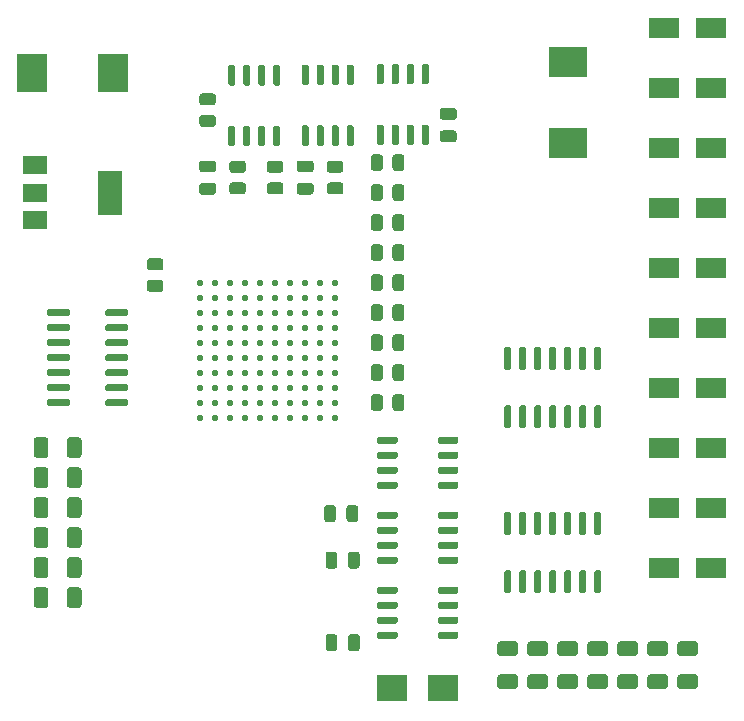
<source format=gtp>
G04 #@! TF.GenerationSoftware,KiCad,Pcbnew,5.1.12-84ad8e8a86~92~ubuntu20.04.1*
G04 #@! TF.CreationDate,2021-12-18T18:34:38-08:00*
G04 #@! TF.ProjectId,RspPiPicoIMU,52737050-6950-4696-936f-494d552e6b69,1.0*
G04 #@! TF.SameCoordinates,Original*
G04 #@! TF.FileFunction,Paste,Top*
G04 #@! TF.FilePolarity,Positive*
%FSLAX46Y46*%
G04 Gerber Fmt 4.6, Leading zero omitted, Abs format (unit mm)*
G04 Created by KiCad (PCBNEW 5.1.12-84ad8e8a86~92~ubuntu20.04.1) date 2021-12-18 18:34:38*
%MOMM*%
%LPD*%
G01*
G04 APERTURE LIST*
%ADD10C,0.560000*%
%ADD11R,2.500000X2.300000*%
%ADD12R,2.500000X1.800000*%
%ADD13R,3.300000X2.500000*%
%ADD14R,2.500000X3.300000*%
%ADD15R,2.000000X3.800000*%
%ADD16R,2.000000X1.500000*%
G04 APERTURE END LIST*
D10*
X122555000Y-96520000D03*
X121285000Y-96520000D03*
X120015000Y-96520000D03*
X118745000Y-96520000D03*
X117475000Y-96520000D03*
X116205000Y-96520000D03*
X114935000Y-96520000D03*
X113665000Y-96520000D03*
X112395000Y-96520000D03*
X111125000Y-96520000D03*
X122555000Y-97790000D03*
X121285000Y-97790000D03*
X120015000Y-97790000D03*
X118745000Y-97790000D03*
X117475000Y-97790000D03*
X116205000Y-97790000D03*
X114935000Y-97790000D03*
X113665000Y-97790000D03*
X112395000Y-97790000D03*
X111125000Y-97790000D03*
X122555000Y-99060000D03*
X121285000Y-99060000D03*
X120015000Y-99060000D03*
X118745000Y-99060000D03*
X117475000Y-99060000D03*
X116205000Y-99060000D03*
X114935000Y-99060000D03*
X113665000Y-99060000D03*
X112395000Y-99060000D03*
X111125000Y-99060000D03*
X122555000Y-100330000D03*
X121285000Y-100330000D03*
X120015000Y-100330000D03*
X118745000Y-100330000D03*
X117475000Y-100330000D03*
X116205000Y-100330000D03*
X114935000Y-100330000D03*
X113665000Y-100330000D03*
X112395000Y-100330000D03*
X111125000Y-100330000D03*
X122555000Y-101600000D03*
X121285000Y-101600000D03*
X120015000Y-101600000D03*
X118745000Y-101600000D03*
X117475000Y-101600000D03*
X116205000Y-101600000D03*
X114935000Y-101600000D03*
X113665000Y-101600000D03*
X112395000Y-101600000D03*
X111125000Y-101600000D03*
X122555000Y-102870000D03*
X121285000Y-102870000D03*
X120015000Y-102870000D03*
X118745000Y-102870000D03*
X117475000Y-102870000D03*
X116205000Y-102870000D03*
X114935000Y-102870000D03*
X113665000Y-102870000D03*
X112395000Y-102870000D03*
X111125000Y-102870000D03*
X122555000Y-104140000D03*
X121285000Y-104140000D03*
X120015000Y-104140000D03*
X118745000Y-104140000D03*
X117475000Y-104140000D03*
X116205000Y-104140000D03*
X114935000Y-104140000D03*
X113665000Y-104140000D03*
X112395000Y-104140000D03*
X111125000Y-104140000D03*
X122555000Y-105410000D03*
X121285000Y-105410000D03*
X120015000Y-105410000D03*
X118745000Y-105410000D03*
X117475000Y-105410000D03*
X116205000Y-105410000D03*
X114935000Y-105410000D03*
X113665000Y-105410000D03*
X112395000Y-105410000D03*
X111125000Y-105410000D03*
X122555000Y-106680000D03*
X121285000Y-106680000D03*
X120015000Y-106680000D03*
X118745000Y-106680000D03*
X117475000Y-106680000D03*
X116205000Y-106680000D03*
X114935000Y-106680000D03*
X113665000Y-106680000D03*
X112395000Y-106680000D03*
X111125000Y-106680000D03*
X122555000Y-107950000D03*
X121285000Y-107950000D03*
X120015000Y-107950000D03*
X118745000Y-107950000D03*
X117475000Y-107950000D03*
X116205000Y-107950000D03*
X114935000Y-107950000D03*
X113665000Y-107950000D03*
X112395000Y-107950000D03*
X111125000Y-107950000D03*
G36*
G01*
X98150000Y-99210000D02*
X98150000Y-98910000D01*
G75*
G02*
X98300000Y-98760000I150000J0D01*
G01*
X99950000Y-98760000D01*
G75*
G02*
X100100000Y-98910000I0J-150000D01*
G01*
X100100000Y-99210000D01*
G75*
G02*
X99950000Y-99360000I-150000J0D01*
G01*
X98300000Y-99360000D01*
G75*
G02*
X98150000Y-99210000I0J150000D01*
G01*
G37*
G36*
G01*
X98150000Y-100480000D02*
X98150000Y-100180000D01*
G75*
G02*
X98300000Y-100030000I150000J0D01*
G01*
X99950000Y-100030000D01*
G75*
G02*
X100100000Y-100180000I0J-150000D01*
G01*
X100100000Y-100480000D01*
G75*
G02*
X99950000Y-100630000I-150000J0D01*
G01*
X98300000Y-100630000D01*
G75*
G02*
X98150000Y-100480000I0J150000D01*
G01*
G37*
G36*
G01*
X98150000Y-101750000D02*
X98150000Y-101450000D01*
G75*
G02*
X98300000Y-101300000I150000J0D01*
G01*
X99950000Y-101300000D01*
G75*
G02*
X100100000Y-101450000I0J-150000D01*
G01*
X100100000Y-101750000D01*
G75*
G02*
X99950000Y-101900000I-150000J0D01*
G01*
X98300000Y-101900000D01*
G75*
G02*
X98150000Y-101750000I0J150000D01*
G01*
G37*
G36*
G01*
X98150000Y-103020000D02*
X98150000Y-102720000D01*
G75*
G02*
X98300000Y-102570000I150000J0D01*
G01*
X99950000Y-102570000D01*
G75*
G02*
X100100000Y-102720000I0J-150000D01*
G01*
X100100000Y-103020000D01*
G75*
G02*
X99950000Y-103170000I-150000J0D01*
G01*
X98300000Y-103170000D01*
G75*
G02*
X98150000Y-103020000I0J150000D01*
G01*
G37*
G36*
G01*
X98150000Y-104290000D02*
X98150000Y-103990000D01*
G75*
G02*
X98300000Y-103840000I150000J0D01*
G01*
X99950000Y-103840000D01*
G75*
G02*
X100100000Y-103990000I0J-150000D01*
G01*
X100100000Y-104290000D01*
G75*
G02*
X99950000Y-104440000I-150000J0D01*
G01*
X98300000Y-104440000D01*
G75*
G02*
X98150000Y-104290000I0J150000D01*
G01*
G37*
G36*
G01*
X98150000Y-105560000D02*
X98150000Y-105260000D01*
G75*
G02*
X98300000Y-105110000I150000J0D01*
G01*
X99950000Y-105110000D01*
G75*
G02*
X100100000Y-105260000I0J-150000D01*
G01*
X100100000Y-105560000D01*
G75*
G02*
X99950000Y-105710000I-150000J0D01*
G01*
X98300000Y-105710000D01*
G75*
G02*
X98150000Y-105560000I0J150000D01*
G01*
G37*
G36*
G01*
X98150000Y-106830000D02*
X98150000Y-106530000D01*
G75*
G02*
X98300000Y-106380000I150000J0D01*
G01*
X99950000Y-106380000D01*
G75*
G02*
X100100000Y-106530000I0J-150000D01*
G01*
X100100000Y-106830000D01*
G75*
G02*
X99950000Y-106980000I-150000J0D01*
G01*
X98300000Y-106980000D01*
G75*
G02*
X98150000Y-106830000I0J150000D01*
G01*
G37*
G36*
G01*
X103100000Y-106830000D02*
X103100000Y-106530000D01*
G75*
G02*
X103250000Y-106380000I150000J0D01*
G01*
X104900000Y-106380000D01*
G75*
G02*
X105050000Y-106530000I0J-150000D01*
G01*
X105050000Y-106830000D01*
G75*
G02*
X104900000Y-106980000I-150000J0D01*
G01*
X103250000Y-106980000D01*
G75*
G02*
X103100000Y-106830000I0J150000D01*
G01*
G37*
G36*
G01*
X103100000Y-105560000D02*
X103100000Y-105260000D01*
G75*
G02*
X103250000Y-105110000I150000J0D01*
G01*
X104900000Y-105110000D01*
G75*
G02*
X105050000Y-105260000I0J-150000D01*
G01*
X105050000Y-105560000D01*
G75*
G02*
X104900000Y-105710000I-150000J0D01*
G01*
X103250000Y-105710000D01*
G75*
G02*
X103100000Y-105560000I0J150000D01*
G01*
G37*
G36*
G01*
X103100000Y-104290000D02*
X103100000Y-103990000D01*
G75*
G02*
X103250000Y-103840000I150000J0D01*
G01*
X104900000Y-103840000D01*
G75*
G02*
X105050000Y-103990000I0J-150000D01*
G01*
X105050000Y-104290000D01*
G75*
G02*
X104900000Y-104440000I-150000J0D01*
G01*
X103250000Y-104440000D01*
G75*
G02*
X103100000Y-104290000I0J150000D01*
G01*
G37*
G36*
G01*
X103100000Y-103020000D02*
X103100000Y-102720000D01*
G75*
G02*
X103250000Y-102570000I150000J0D01*
G01*
X104900000Y-102570000D01*
G75*
G02*
X105050000Y-102720000I0J-150000D01*
G01*
X105050000Y-103020000D01*
G75*
G02*
X104900000Y-103170000I-150000J0D01*
G01*
X103250000Y-103170000D01*
G75*
G02*
X103100000Y-103020000I0J150000D01*
G01*
G37*
G36*
G01*
X103100000Y-101750000D02*
X103100000Y-101450000D01*
G75*
G02*
X103250000Y-101300000I150000J0D01*
G01*
X104900000Y-101300000D01*
G75*
G02*
X105050000Y-101450000I0J-150000D01*
G01*
X105050000Y-101750000D01*
G75*
G02*
X104900000Y-101900000I-150000J0D01*
G01*
X103250000Y-101900000D01*
G75*
G02*
X103100000Y-101750000I0J150000D01*
G01*
G37*
G36*
G01*
X103100000Y-100480000D02*
X103100000Y-100180000D01*
G75*
G02*
X103250000Y-100030000I150000J0D01*
G01*
X104900000Y-100030000D01*
G75*
G02*
X105050000Y-100180000I0J-150000D01*
G01*
X105050000Y-100480000D01*
G75*
G02*
X104900000Y-100630000I-150000J0D01*
G01*
X103250000Y-100630000D01*
G75*
G02*
X103100000Y-100480000I0J150000D01*
G01*
G37*
G36*
G01*
X103100000Y-99210000D02*
X103100000Y-98910000D01*
G75*
G02*
X103250000Y-98760000I150000J0D01*
G01*
X104900000Y-98760000D01*
G75*
G02*
X105050000Y-98910000I0J-150000D01*
G01*
X105050000Y-99210000D01*
G75*
G02*
X104900000Y-99360000I-150000J0D01*
G01*
X103250000Y-99360000D01*
G75*
G02*
X103100000Y-99210000I0J150000D01*
G01*
G37*
G36*
G01*
X144630000Y-120880000D02*
X144930000Y-120880000D01*
G75*
G02*
X145080000Y-121030000I0J-150000D01*
G01*
X145080000Y-122680000D01*
G75*
G02*
X144930000Y-122830000I-150000J0D01*
G01*
X144630000Y-122830000D01*
G75*
G02*
X144480000Y-122680000I0J150000D01*
G01*
X144480000Y-121030000D01*
G75*
G02*
X144630000Y-120880000I150000J0D01*
G01*
G37*
G36*
G01*
X143360000Y-120880000D02*
X143660000Y-120880000D01*
G75*
G02*
X143810000Y-121030000I0J-150000D01*
G01*
X143810000Y-122680000D01*
G75*
G02*
X143660000Y-122830000I-150000J0D01*
G01*
X143360000Y-122830000D01*
G75*
G02*
X143210000Y-122680000I0J150000D01*
G01*
X143210000Y-121030000D01*
G75*
G02*
X143360000Y-120880000I150000J0D01*
G01*
G37*
G36*
G01*
X142090000Y-120880000D02*
X142390000Y-120880000D01*
G75*
G02*
X142540000Y-121030000I0J-150000D01*
G01*
X142540000Y-122680000D01*
G75*
G02*
X142390000Y-122830000I-150000J0D01*
G01*
X142090000Y-122830000D01*
G75*
G02*
X141940000Y-122680000I0J150000D01*
G01*
X141940000Y-121030000D01*
G75*
G02*
X142090000Y-120880000I150000J0D01*
G01*
G37*
G36*
G01*
X140820000Y-120880000D02*
X141120000Y-120880000D01*
G75*
G02*
X141270000Y-121030000I0J-150000D01*
G01*
X141270000Y-122680000D01*
G75*
G02*
X141120000Y-122830000I-150000J0D01*
G01*
X140820000Y-122830000D01*
G75*
G02*
X140670000Y-122680000I0J150000D01*
G01*
X140670000Y-121030000D01*
G75*
G02*
X140820000Y-120880000I150000J0D01*
G01*
G37*
G36*
G01*
X139550000Y-120880000D02*
X139850000Y-120880000D01*
G75*
G02*
X140000000Y-121030000I0J-150000D01*
G01*
X140000000Y-122680000D01*
G75*
G02*
X139850000Y-122830000I-150000J0D01*
G01*
X139550000Y-122830000D01*
G75*
G02*
X139400000Y-122680000I0J150000D01*
G01*
X139400000Y-121030000D01*
G75*
G02*
X139550000Y-120880000I150000J0D01*
G01*
G37*
G36*
G01*
X138280000Y-120880000D02*
X138580000Y-120880000D01*
G75*
G02*
X138730000Y-121030000I0J-150000D01*
G01*
X138730000Y-122680000D01*
G75*
G02*
X138580000Y-122830000I-150000J0D01*
G01*
X138280000Y-122830000D01*
G75*
G02*
X138130000Y-122680000I0J150000D01*
G01*
X138130000Y-121030000D01*
G75*
G02*
X138280000Y-120880000I150000J0D01*
G01*
G37*
G36*
G01*
X137010000Y-120880000D02*
X137310000Y-120880000D01*
G75*
G02*
X137460000Y-121030000I0J-150000D01*
G01*
X137460000Y-122680000D01*
G75*
G02*
X137310000Y-122830000I-150000J0D01*
G01*
X137010000Y-122830000D01*
G75*
G02*
X136860000Y-122680000I0J150000D01*
G01*
X136860000Y-121030000D01*
G75*
G02*
X137010000Y-120880000I150000J0D01*
G01*
G37*
G36*
G01*
X137010000Y-115930000D02*
X137310000Y-115930000D01*
G75*
G02*
X137460000Y-116080000I0J-150000D01*
G01*
X137460000Y-117730000D01*
G75*
G02*
X137310000Y-117880000I-150000J0D01*
G01*
X137010000Y-117880000D01*
G75*
G02*
X136860000Y-117730000I0J150000D01*
G01*
X136860000Y-116080000D01*
G75*
G02*
X137010000Y-115930000I150000J0D01*
G01*
G37*
G36*
G01*
X138280000Y-115930000D02*
X138580000Y-115930000D01*
G75*
G02*
X138730000Y-116080000I0J-150000D01*
G01*
X138730000Y-117730000D01*
G75*
G02*
X138580000Y-117880000I-150000J0D01*
G01*
X138280000Y-117880000D01*
G75*
G02*
X138130000Y-117730000I0J150000D01*
G01*
X138130000Y-116080000D01*
G75*
G02*
X138280000Y-115930000I150000J0D01*
G01*
G37*
G36*
G01*
X139550000Y-115930000D02*
X139850000Y-115930000D01*
G75*
G02*
X140000000Y-116080000I0J-150000D01*
G01*
X140000000Y-117730000D01*
G75*
G02*
X139850000Y-117880000I-150000J0D01*
G01*
X139550000Y-117880000D01*
G75*
G02*
X139400000Y-117730000I0J150000D01*
G01*
X139400000Y-116080000D01*
G75*
G02*
X139550000Y-115930000I150000J0D01*
G01*
G37*
G36*
G01*
X140820000Y-115930000D02*
X141120000Y-115930000D01*
G75*
G02*
X141270000Y-116080000I0J-150000D01*
G01*
X141270000Y-117730000D01*
G75*
G02*
X141120000Y-117880000I-150000J0D01*
G01*
X140820000Y-117880000D01*
G75*
G02*
X140670000Y-117730000I0J150000D01*
G01*
X140670000Y-116080000D01*
G75*
G02*
X140820000Y-115930000I150000J0D01*
G01*
G37*
G36*
G01*
X142090000Y-115930000D02*
X142390000Y-115930000D01*
G75*
G02*
X142540000Y-116080000I0J-150000D01*
G01*
X142540000Y-117730000D01*
G75*
G02*
X142390000Y-117880000I-150000J0D01*
G01*
X142090000Y-117880000D01*
G75*
G02*
X141940000Y-117730000I0J150000D01*
G01*
X141940000Y-116080000D01*
G75*
G02*
X142090000Y-115930000I150000J0D01*
G01*
G37*
G36*
G01*
X143360000Y-115930000D02*
X143660000Y-115930000D01*
G75*
G02*
X143810000Y-116080000I0J-150000D01*
G01*
X143810000Y-117730000D01*
G75*
G02*
X143660000Y-117880000I-150000J0D01*
G01*
X143360000Y-117880000D01*
G75*
G02*
X143210000Y-117730000I0J150000D01*
G01*
X143210000Y-116080000D01*
G75*
G02*
X143360000Y-115930000I150000J0D01*
G01*
G37*
G36*
G01*
X144630000Y-115930000D02*
X144930000Y-115930000D01*
G75*
G02*
X145080000Y-116080000I0J-150000D01*
G01*
X145080000Y-117730000D01*
G75*
G02*
X144930000Y-117880000I-150000J0D01*
G01*
X144630000Y-117880000D01*
G75*
G02*
X144480000Y-117730000I0J150000D01*
G01*
X144480000Y-116080000D01*
G75*
G02*
X144630000Y-115930000I150000J0D01*
G01*
G37*
G36*
G01*
X144630000Y-106910000D02*
X144930000Y-106910000D01*
G75*
G02*
X145080000Y-107060000I0J-150000D01*
G01*
X145080000Y-108710000D01*
G75*
G02*
X144930000Y-108860000I-150000J0D01*
G01*
X144630000Y-108860000D01*
G75*
G02*
X144480000Y-108710000I0J150000D01*
G01*
X144480000Y-107060000D01*
G75*
G02*
X144630000Y-106910000I150000J0D01*
G01*
G37*
G36*
G01*
X143360000Y-106910000D02*
X143660000Y-106910000D01*
G75*
G02*
X143810000Y-107060000I0J-150000D01*
G01*
X143810000Y-108710000D01*
G75*
G02*
X143660000Y-108860000I-150000J0D01*
G01*
X143360000Y-108860000D01*
G75*
G02*
X143210000Y-108710000I0J150000D01*
G01*
X143210000Y-107060000D01*
G75*
G02*
X143360000Y-106910000I150000J0D01*
G01*
G37*
G36*
G01*
X142090000Y-106910000D02*
X142390000Y-106910000D01*
G75*
G02*
X142540000Y-107060000I0J-150000D01*
G01*
X142540000Y-108710000D01*
G75*
G02*
X142390000Y-108860000I-150000J0D01*
G01*
X142090000Y-108860000D01*
G75*
G02*
X141940000Y-108710000I0J150000D01*
G01*
X141940000Y-107060000D01*
G75*
G02*
X142090000Y-106910000I150000J0D01*
G01*
G37*
G36*
G01*
X140820000Y-106910000D02*
X141120000Y-106910000D01*
G75*
G02*
X141270000Y-107060000I0J-150000D01*
G01*
X141270000Y-108710000D01*
G75*
G02*
X141120000Y-108860000I-150000J0D01*
G01*
X140820000Y-108860000D01*
G75*
G02*
X140670000Y-108710000I0J150000D01*
G01*
X140670000Y-107060000D01*
G75*
G02*
X140820000Y-106910000I150000J0D01*
G01*
G37*
G36*
G01*
X139550000Y-106910000D02*
X139850000Y-106910000D01*
G75*
G02*
X140000000Y-107060000I0J-150000D01*
G01*
X140000000Y-108710000D01*
G75*
G02*
X139850000Y-108860000I-150000J0D01*
G01*
X139550000Y-108860000D01*
G75*
G02*
X139400000Y-108710000I0J150000D01*
G01*
X139400000Y-107060000D01*
G75*
G02*
X139550000Y-106910000I150000J0D01*
G01*
G37*
G36*
G01*
X138280000Y-106910000D02*
X138580000Y-106910000D01*
G75*
G02*
X138730000Y-107060000I0J-150000D01*
G01*
X138730000Y-108710000D01*
G75*
G02*
X138580000Y-108860000I-150000J0D01*
G01*
X138280000Y-108860000D01*
G75*
G02*
X138130000Y-108710000I0J150000D01*
G01*
X138130000Y-107060000D01*
G75*
G02*
X138280000Y-106910000I150000J0D01*
G01*
G37*
G36*
G01*
X137010000Y-106910000D02*
X137310000Y-106910000D01*
G75*
G02*
X137460000Y-107060000I0J-150000D01*
G01*
X137460000Y-108710000D01*
G75*
G02*
X137310000Y-108860000I-150000J0D01*
G01*
X137010000Y-108860000D01*
G75*
G02*
X136860000Y-108710000I0J150000D01*
G01*
X136860000Y-107060000D01*
G75*
G02*
X137010000Y-106910000I150000J0D01*
G01*
G37*
G36*
G01*
X137010000Y-101960000D02*
X137310000Y-101960000D01*
G75*
G02*
X137460000Y-102110000I0J-150000D01*
G01*
X137460000Y-103760000D01*
G75*
G02*
X137310000Y-103910000I-150000J0D01*
G01*
X137010000Y-103910000D01*
G75*
G02*
X136860000Y-103760000I0J150000D01*
G01*
X136860000Y-102110000D01*
G75*
G02*
X137010000Y-101960000I150000J0D01*
G01*
G37*
G36*
G01*
X138280000Y-101960000D02*
X138580000Y-101960000D01*
G75*
G02*
X138730000Y-102110000I0J-150000D01*
G01*
X138730000Y-103760000D01*
G75*
G02*
X138580000Y-103910000I-150000J0D01*
G01*
X138280000Y-103910000D01*
G75*
G02*
X138130000Y-103760000I0J150000D01*
G01*
X138130000Y-102110000D01*
G75*
G02*
X138280000Y-101960000I150000J0D01*
G01*
G37*
G36*
G01*
X139550000Y-101960000D02*
X139850000Y-101960000D01*
G75*
G02*
X140000000Y-102110000I0J-150000D01*
G01*
X140000000Y-103760000D01*
G75*
G02*
X139850000Y-103910000I-150000J0D01*
G01*
X139550000Y-103910000D01*
G75*
G02*
X139400000Y-103760000I0J150000D01*
G01*
X139400000Y-102110000D01*
G75*
G02*
X139550000Y-101960000I150000J0D01*
G01*
G37*
G36*
G01*
X140820000Y-101960000D02*
X141120000Y-101960000D01*
G75*
G02*
X141270000Y-102110000I0J-150000D01*
G01*
X141270000Y-103760000D01*
G75*
G02*
X141120000Y-103910000I-150000J0D01*
G01*
X140820000Y-103910000D01*
G75*
G02*
X140670000Y-103760000I0J150000D01*
G01*
X140670000Y-102110000D01*
G75*
G02*
X140820000Y-101960000I150000J0D01*
G01*
G37*
G36*
G01*
X142090000Y-101960000D02*
X142390000Y-101960000D01*
G75*
G02*
X142540000Y-102110000I0J-150000D01*
G01*
X142540000Y-103760000D01*
G75*
G02*
X142390000Y-103910000I-150000J0D01*
G01*
X142090000Y-103910000D01*
G75*
G02*
X141940000Y-103760000I0J150000D01*
G01*
X141940000Y-102110000D01*
G75*
G02*
X142090000Y-101960000I150000J0D01*
G01*
G37*
G36*
G01*
X143360000Y-101960000D02*
X143660000Y-101960000D01*
G75*
G02*
X143810000Y-102110000I0J-150000D01*
G01*
X143810000Y-103760000D01*
G75*
G02*
X143660000Y-103910000I-150000J0D01*
G01*
X143360000Y-103910000D01*
G75*
G02*
X143210000Y-103760000I0J150000D01*
G01*
X143210000Y-102110000D01*
G75*
G02*
X143360000Y-101960000I150000J0D01*
G01*
G37*
G36*
G01*
X144630000Y-101960000D02*
X144930000Y-101960000D01*
G75*
G02*
X145080000Y-102110000I0J-150000D01*
G01*
X145080000Y-103760000D01*
G75*
G02*
X144930000Y-103910000I-150000J0D01*
G01*
X144630000Y-103910000D01*
G75*
G02*
X144480000Y-103760000I0J150000D01*
G01*
X144480000Y-102110000D01*
G75*
G02*
X144630000Y-101960000I150000J0D01*
G01*
G37*
G36*
G01*
X132990000Y-119865000D02*
X132990000Y-120165000D01*
G75*
G02*
X132840000Y-120315000I-150000J0D01*
G01*
X131390000Y-120315000D01*
G75*
G02*
X131240000Y-120165000I0J150000D01*
G01*
X131240000Y-119865000D01*
G75*
G02*
X131390000Y-119715000I150000J0D01*
G01*
X132840000Y-119715000D01*
G75*
G02*
X132990000Y-119865000I0J-150000D01*
G01*
G37*
G36*
G01*
X132990000Y-118595000D02*
X132990000Y-118895000D01*
G75*
G02*
X132840000Y-119045000I-150000J0D01*
G01*
X131390000Y-119045000D01*
G75*
G02*
X131240000Y-118895000I0J150000D01*
G01*
X131240000Y-118595000D01*
G75*
G02*
X131390000Y-118445000I150000J0D01*
G01*
X132840000Y-118445000D01*
G75*
G02*
X132990000Y-118595000I0J-150000D01*
G01*
G37*
G36*
G01*
X132990000Y-117325000D02*
X132990000Y-117625000D01*
G75*
G02*
X132840000Y-117775000I-150000J0D01*
G01*
X131390000Y-117775000D01*
G75*
G02*
X131240000Y-117625000I0J150000D01*
G01*
X131240000Y-117325000D01*
G75*
G02*
X131390000Y-117175000I150000J0D01*
G01*
X132840000Y-117175000D01*
G75*
G02*
X132990000Y-117325000I0J-150000D01*
G01*
G37*
G36*
G01*
X132990000Y-116055000D02*
X132990000Y-116355000D01*
G75*
G02*
X132840000Y-116505000I-150000J0D01*
G01*
X131390000Y-116505000D01*
G75*
G02*
X131240000Y-116355000I0J150000D01*
G01*
X131240000Y-116055000D01*
G75*
G02*
X131390000Y-115905000I150000J0D01*
G01*
X132840000Y-115905000D01*
G75*
G02*
X132990000Y-116055000I0J-150000D01*
G01*
G37*
G36*
G01*
X127840000Y-116055000D02*
X127840000Y-116355000D01*
G75*
G02*
X127690000Y-116505000I-150000J0D01*
G01*
X126240000Y-116505000D01*
G75*
G02*
X126090000Y-116355000I0J150000D01*
G01*
X126090000Y-116055000D01*
G75*
G02*
X126240000Y-115905000I150000J0D01*
G01*
X127690000Y-115905000D01*
G75*
G02*
X127840000Y-116055000I0J-150000D01*
G01*
G37*
G36*
G01*
X127840000Y-117325000D02*
X127840000Y-117625000D01*
G75*
G02*
X127690000Y-117775000I-150000J0D01*
G01*
X126240000Y-117775000D01*
G75*
G02*
X126090000Y-117625000I0J150000D01*
G01*
X126090000Y-117325000D01*
G75*
G02*
X126240000Y-117175000I150000J0D01*
G01*
X127690000Y-117175000D01*
G75*
G02*
X127840000Y-117325000I0J-150000D01*
G01*
G37*
G36*
G01*
X127840000Y-118595000D02*
X127840000Y-118895000D01*
G75*
G02*
X127690000Y-119045000I-150000J0D01*
G01*
X126240000Y-119045000D01*
G75*
G02*
X126090000Y-118895000I0J150000D01*
G01*
X126090000Y-118595000D01*
G75*
G02*
X126240000Y-118445000I150000J0D01*
G01*
X127690000Y-118445000D01*
G75*
G02*
X127840000Y-118595000I0J-150000D01*
G01*
G37*
G36*
G01*
X127840000Y-119865000D02*
X127840000Y-120165000D01*
G75*
G02*
X127690000Y-120315000I-150000J0D01*
G01*
X126240000Y-120315000D01*
G75*
G02*
X126090000Y-120165000I0J150000D01*
G01*
X126090000Y-119865000D01*
G75*
G02*
X126240000Y-119715000I150000J0D01*
G01*
X127690000Y-119715000D01*
G75*
G02*
X127840000Y-119865000I0J-150000D01*
G01*
G37*
G36*
G01*
X111285000Y-88080000D02*
X112235000Y-88080000D01*
G75*
G02*
X112485000Y-88330000I0J-250000D01*
G01*
X112485000Y-88830000D01*
G75*
G02*
X112235000Y-89080000I-250000J0D01*
G01*
X111285000Y-89080000D01*
G75*
G02*
X111035000Y-88830000I0J250000D01*
G01*
X111035000Y-88330000D01*
G75*
G02*
X111285000Y-88080000I250000J0D01*
G01*
G37*
G36*
G01*
X111285000Y-86180000D02*
X112235000Y-86180000D01*
G75*
G02*
X112485000Y-86430000I0J-250000D01*
G01*
X112485000Y-86930000D01*
G75*
G02*
X112235000Y-87180000I-250000J0D01*
G01*
X111285000Y-87180000D01*
G75*
G02*
X111035000Y-86930000I0J250000D01*
G01*
X111035000Y-86430000D01*
G75*
G02*
X111285000Y-86180000I250000J0D01*
G01*
G37*
G36*
G01*
X119540000Y-86180000D02*
X120490000Y-86180000D01*
G75*
G02*
X120740000Y-86430000I0J-250000D01*
G01*
X120740000Y-86930000D01*
G75*
G02*
X120490000Y-87180000I-250000J0D01*
G01*
X119540000Y-87180000D01*
G75*
G02*
X119290000Y-86930000I0J250000D01*
G01*
X119290000Y-86430000D01*
G75*
G02*
X119540000Y-86180000I250000J0D01*
G01*
G37*
G36*
G01*
X119540000Y-88080000D02*
X120490000Y-88080000D01*
G75*
G02*
X120740000Y-88330000I0J-250000D01*
G01*
X120740000Y-88830000D01*
G75*
G02*
X120490000Y-89080000I-250000J0D01*
G01*
X119540000Y-89080000D01*
G75*
G02*
X119290000Y-88830000I0J250000D01*
G01*
X119290000Y-88330000D01*
G75*
G02*
X119540000Y-88080000I250000J0D01*
G01*
G37*
G36*
G01*
X132605800Y-84635000D02*
X131655800Y-84635000D01*
G75*
G02*
X131405800Y-84385000I0J250000D01*
G01*
X131405800Y-83885000D01*
G75*
G02*
X131655800Y-83635000I250000J0D01*
G01*
X132605800Y-83635000D01*
G75*
G02*
X132855800Y-83885000I0J-250000D01*
G01*
X132855800Y-84385000D01*
G75*
G02*
X132605800Y-84635000I-250000J0D01*
G01*
G37*
G36*
G01*
X132605800Y-82735000D02*
X131655800Y-82735000D01*
G75*
G02*
X131405800Y-82485000I0J250000D01*
G01*
X131405800Y-81985000D01*
G75*
G02*
X131655800Y-81735000I250000J0D01*
G01*
X132605800Y-81735000D01*
G75*
G02*
X132855800Y-81985000I0J-250000D01*
G01*
X132855800Y-82485000D01*
G75*
G02*
X132605800Y-82735000I-250000J0D01*
G01*
G37*
G36*
G01*
X121613000Y-116553000D02*
X121613000Y-115603000D01*
G75*
G02*
X121863000Y-115353000I250000J0D01*
G01*
X122363000Y-115353000D01*
G75*
G02*
X122613000Y-115603000I0J-250000D01*
G01*
X122613000Y-116553000D01*
G75*
G02*
X122363000Y-116803000I-250000J0D01*
G01*
X121863000Y-116803000D01*
G75*
G02*
X121613000Y-116553000I0J250000D01*
G01*
G37*
G36*
G01*
X123513000Y-116553000D02*
X123513000Y-115603000D01*
G75*
G02*
X123763000Y-115353000I250000J0D01*
G01*
X124263000Y-115353000D01*
G75*
G02*
X124513000Y-115603000I0J-250000D01*
G01*
X124513000Y-116553000D01*
G75*
G02*
X124263000Y-116803000I-250000J0D01*
G01*
X123763000Y-116803000D01*
G75*
G02*
X123513000Y-116553000I0J250000D01*
G01*
G37*
G36*
G01*
X121740000Y-127475000D02*
X121740000Y-126525000D01*
G75*
G02*
X121990000Y-126275000I250000J0D01*
G01*
X122490000Y-126275000D01*
G75*
G02*
X122740000Y-126525000I0J-250000D01*
G01*
X122740000Y-127475000D01*
G75*
G02*
X122490000Y-127725000I-250000J0D01*
G01*
X121990000Y-127725000D01*
G75*
G02*
X121740000Y-127475000I0J250000D01*
G01*
G37*
G36*
G01*
X123640000Y-127475000D02*
X123640000Y-126525000D01*
G75*
G02*
X123890000Y-126275000I250000J0D01*
G01*
X124390000Y-126275000D01*
G75*
G02*
X124640000Y-126525000I0J-250000D01*
G01*
X124640000Y-127475000D01*
G75*
G02*
X124390000Y-127725000I-250000J0D01*
G01*
X123890000Y-127725000D01*
G75*
G02*
X123640000Y-127475000I0J250000D01*
G01*
G37*
G36*
G01*
X122740000Y-119540000D02*
X122740000Y-120490000D01*
G75*
G02*
X122490000Y-120740000I-250000J0D01*
G01*
X121990000Y-120740000D01*
G75*
G02*
X121740000Y-120490000I0J250000D01*
G01*
X121740000Y-119540000D01*
G75*
G02*
X121990000Y-119290000I250000J0D01*
G01*
X122490000Y-119290000D01*
G75*
G02*
X122740000Y-119540000I0J-250000D01*
G01*
G37*
G36*
G01*
X124640000Y-119540000D02*
X124640000Y-120490000D01*
G75*
G02*
X124390000Y-120740000I-250000J0D01*
G01*
X123890000Y-120740000D01*
G75*
G02*
X123640000Y-120490000I0J250000D01*
G01*
X123640000Y-119540000D01*
G75*
G02*
X123890000Y-119290000I250000J0D01*
G01*
X124390000Y-119290000D01*
G75*
G02*
X124640000Y-119540000I0J-250000D01*
G01*
G37*
G36*
G01*
X101085000Y-114945000D02*
X101085000Y-116195000D01*
G75*
G02*
X100835000Y-116445000I-250000J0D01*
G01*
X100085000Y-116445000D01*
G75*
G02*
X99835000Y-116195000I0J250000D01*
G01*
X99835000Y-114945000D01*
G75*
G02*
X100085000Y-114695000I250000J0D01*
G01*
X100835000Y-114695000D01*
G75*
G02*
X101085000Y-114945000I0J-250000D01*
G01*
G37*
G36*
G01*
X98285000Y-114945000D02*
X98285000Y-116195000D01*
G75*
G02*
X98035000Y-116445000I-250000J0D01*
G01*
X97285000Y-116445000D01*
G75*
G02*
X97035000Y-116195000I0J250000D01*
G01*
X97035000Y-114945000D01*
G75*
G02*
X97285000Y-114695000I250000J0D01*
G01*
X98035000Y-114695000D01*
G75*
G02*
X98285000Y-114945000I0J-250000D01*
G01*
G37*
G36*
G01*
X101085000Y-112405000D02*
X101085000Y-113655000D01*
G75*
G02*
X100835000Y-113905000I-250000J0D01*
G01*
X100085000Y-113905000D01*
G75*
G02*
X99835000Y-113655000I0J250000D01*
G01*
X99835000Y-112405000D01*
G75*
G02*
X100085000Y-112155000I250000J0D01*
G01*
X100835000Y-112155000D01*
G75*
G02*
X101085000Y-112405000I0J-250000D01*
G01*
G37*
G36*
G01*
X98285000Y-112405000D02*
X98285000Y-113655000D01*
G75*
G02*
X98035000Y-113905000I-250000J0D01*
G01*
X97285000Y-113905000D01*
G75*
G02*
X97035000Y-113655000I0J250000D01*
G01*
X97035000Y-112405000D01*
G75*
G02*
X97285000Y-112155000I250000J0D01*
G01*
X98035000Y-112155000D01*
G75*
G02*
X98285000Y-112405000I0J-250000D01*
G01*
G37*
G36*
G01*
X98285000Y-109865000D02*
X98285000Y-111115000D01*
G75*
G02*
X98035000Y-111365000I-250000J0D01*
G01*
X97285000Y-111365000D01*
G75*
G02*
X97035000Y-111115000I0J250000D01*
G01*
X97035000Y-109865000D01*
G75*
G02*
X97285000Y-109615000I250000J0D01*
G01*
X98035000Y-109615000D01*
G75*
G02*
X98285000Y-109865000I0J-250000D01*
G01*
G37*
G36*
G01*
X101085000Y-109865000D02*
X101085000Y-111115000D01*
G75*
G02*
X100835000Y-111365000I-250000J0D01*
G01*
X100085000Y-111365000D01*
G75*
G02*
X99835000Y-111115000I0J250000D01*
G01*
X99835000Y-109865000D01*
G75*
G02*
X100085000Y-109615000I250000J0D01*
G01*
X100835000Y-109615000D01*
G75*
G02*
X101085000Y-109865000I0J-250000D01*
G01*
G37*
G36*
G01*
X101085000Y-117485000D02*
X101085000Y-118735000D01*
G75*
G02*
X100835000Y-118985000I-250000J0D01*
G01*
X100085000Y-118985000D01*
G75*
G02*
X99835000Y-118735000I0J250000D01*
G01*
X99835000Y-117485000D01*
G75*
G02*
X100085000Y-117235000I250000J0D01*
G01*
X100835000Y-117235000D01*
G75*
G02*
X101085000Y-117485000I0J-250000D01*
G01*
G37*
G36*
G01*
X98285000Y-117485000D02*
X98285000Y-118735000D01*
G75*
G02*
X98035000Y-118985000I-250000J0D01*
G01*
X97285000Y-118985000D01*
G75*
G02*
X97035000Y-118735000I0J250000D01*
G01*
X97035000Y-117485000D01*
G75*
G02*
X97285000Y-117235000I250000J0D01*
G01*
X98035000Y-117235000D01*
G75*
G02*
X98285000Y-117485000I0J-250000D01*
G01*
G37*
G36*
G01*
X98285000Y-120025000D02*
X98285000Y-121275000D01*
G75*
G02*
X98035000Y-121525000I-250000J0D01*
G01*
X97285000Y-121525000D01*
G75*
G02*
X97035000Y-121275000I0J250000D01*
G01*
X97035000Y-120025000D01*
G75*
G02*
X97285000Y-119775000I250000J0D01*
G01*
X98035000Y-119775000D01*
G75*
G02*
X98285000Y-120025000I0J-250000D01*
G01*
G37*
G36*
G01*
X101085000Y-120025000D02*
X101085000Y-121275000D01*
G75*
G02*
X100835000Y-121525000I-250000J0D01*
G01*
X100085000Y-121525000D01*
G75*
G02*
X99835000Y-121275000I0J250000D01*
G01*
X99835000Y-120025000D01*
G75*
G02*
X100085000Y-119775000I250000J0D01*
G01*
X100835000Y-119775000D01*
G75*
G02*
X101085000Y-120025000I0J-250000D01*
G01*
G37*
D11*
X131690000Y-130810000D03*
X127390000Y-130810000D03*
G36*
G01*
X146695000Y-126880000D02*
X147945000Y-126880000D01*
G75*
G02*
X148195000Y-127130000I0J-250000D01*
G01*
X148195000Y-127880000D01*
G75*
G02*
X147945000Y-128130000I-250000J0D01*
G01*
X146695000Y-128130000D01*
G75*
G02*
X146445000Y-127880000I0J250000D01*
G01*
X146445000Y-127130000D01*
G75*
G02*
X146695000Y-126880000I250000J0D01*
G01*
G37*
G36*
G01*
X146695000Y-129680000D02*
X147945000Y-129680000D01*
G75*
G02*
X148195000Y-129930000I0J-250000D01*
G01*
X148195000Y-130680000D01*
G75*
G02*
X147945000Y-130930000I-250000J0D01*
G01*
X146695000Y-130930000D01*
G75*
G02*
X146445000Y-130680000I0J250000D01*
G01*
X146445000Y-129930000D01*
G75*
G02*
X146695000Y-129680000I250000J0D01*
G01*
G37*
G36*
G01*
X141615000Y-126880000D02*
X142865000Y-126880000D01*
G75*
G02*
X143115000Y-127130000I0J-250000D01*
G01*
X143115000Y-127880000D01*
G75*
G02*
X142865000Y-128130000I-250000J0D01*
G01*
X141615000Y-128130000D01*
G75*
G02*
X141365000Y-127880000I0J250000D01*
G01*
X141365000Y-127130000D01*
G75*
G02*
X141615000Y-126880000I250000J0D01*
G01*
G37*
G36*
G01*
X141615000Y-129680000D02*
X142865000Y-129680000D01*
G75*
G02*
X143115000Y-129930000I0J-250000D01*
G01*
X143115000Y-130680000D01*
G75*
G02*
X142865000Y-130930000I-250000J0D01*
G01*
X141615000Y-130930000D01*
G75*
G02*
X141365000Y-130680000I0J250000D01*
G01*
X141365000Y-129930000D01*
G75*
G02*
X141615000Y-129680000I250000J0D01*
G01*
G37*
G36*
G01*
X136535000Y-129680000D02*
X137785000Y-129680000D01*
G75*
G02*
X138035000Y-129930000I0J-250000D01*
G01*
X138035000Y-130680000D01*
G75*
G02*
X137785000Y-130930000I-250000J0D01*
G01*
X136535000Y-130930000D01*
G75*
G02*
X136285000Y-130680000I0J250000D01*
G01*
X136285000Y-129930000D01*
G75*
G02*
X136535000Y-129680000I250000J0D01*
G01*
G37*
G36*
G01*
X136535000Y-126880000D02*
X137785000Y-126880000D01*
G75*
G02*
X138035000Y-127130000I0J-250000D01*
G01*
X138035000Y-127880000D01*
G75*
G02*
X137785000Y-128130000I-250000J0D01*
G01*
X136535000Y-128130000D01*
G75*
G02*
X136285000Y-127880000I0J250000D01*
G01*
X136285000Y-127130000D01*
G75*
G02*
X136535000Y-126880000I250000J0D01*
G01*
G37*
G36*
G01*
X139075000Y-129680000D02*
X140325000Y-129680000D01*
G75*
G02*
X140575000Y-129930000I0J-250000D01*
G01*
X140575000Y-130680000D01*
G75*
G02*
X140325000Y-130930000I-250000J0D01*
G01*
X139075000Y-130930000D01*
G75*
G02*
X138825000Y-130680000I0J250000D01*
G01*
X138825000Y-129930000D01*
G75*
G02*
X139075000Y-129680000I250000J0D01*
G01*
G37*
G36*
G01*
X139075000Y-126880000D02*
X140325000Y-126880000D01*
G75*
G02*
X140575000Y-127130000I0J-250000D01*
G01*
X140575000Y-127880000D01*
G75*
G02*
X140325000Y-128130000I-250000J0D01*
G01*
X139075000Y-128130000D01*
G75*
G02*
X138825000Y-127880000I0J250000D01*
G01*
X138825000Y-127130000D01*
G75*
G02*
X139075000Y-126880000I250000J0D01*
G01*
G37*
G36*
G01*
X144155000Y-126880000D02*
X145405000Y-126880000D01*
G75*
G02*
X145655000Y-127130000I0J-250000D01*
G01*
X145655000Y-127880000D01*
G75*
G02*
X145405000Y-128130000I-250000J0D01*
G01*
X144155000Y-128130000D01*
G75*
G02*
X143905000Y-127880000I0J250000D01*
G01*
X143905000Y-127130000D01*
G75*
G02*
X144155000Y-126880000I250000J0D01*
G01*
G37*
G36*
G01*
X144155000Y-129680000D02*
X145405000Y-129680000D01*
G75*
G02*
X145655000Y-129930000I0J-250000D01*
G01*
X145655000Y-130680000D01*
G75*
G02*
X145405000Y-130930000I-250000J0D01*
G01*
X144155000Y-130930000D01*
G75*
G02*
X143905000Y-130680000I0J250000D01*
G01*
X143905000Y-129930000D01*
G75*
G02*
X144155000Y-129680000I250000J0D01*
G01*
G37*
G36*
G01*
X149235000Y-129680000D02*
X150485000Y-129680000D01*
G75*
G02*
X150735000Y-129930000I0J-250000D01*
G01*
X150735000Y-130680000D01*
G75*
G02*
X150485000Y-130930000I-250000J0D01*
G01*
X149235000Y-130930000D01*
G75*
G02*
X148985000Y-130680000I0J250000D01*
G01*
X148985000Y-129930000D01*
G75*
G02*
X149235000Y-129680000I250000J0D01*
G01*
G37*
G36*
G01*
X149235000Y-126880000D02*
X150485000Y-126880000D01*
G75*
G02*
X150735000Y-127130000I0J-250000D01*
G01*
X150735000Y-127880000D01*
G75*
G02*
X150485000Y-128130000I-250000J0D01*
G01*
X149235000Y-128130000D01*
G75*
G02*
X148985000Y-127880000I0J250000D01*
G01*
X148985000Y-127130000D01*
G75*
G02*
X149235000Y-126880000I250000J0D01*
G01*
G37*
D12*
X154400000Y-120650000D03*
X150400000Y-120650000D03*
D13*
X142240000Y-77880000D03*
X142240000Y-84680000D03*
G36*
G01*
X151775000Y-129680000D02*
X153025000Y-129680000D01*
G75*
G02*
X153275000Y-129930000I0J-250000D01*
G01*
X153275000Y-130680000D01*
G75*
G02*
X153025000Y-130930000I-250000J0D01*
G01*
X151775000Y-130930000D01*
G75*
G02*
X151525000Y-130680000I0J250000D01*
G01*
X151525000Y-129930000D01*
G75*
G02*
X151775000Y-129680000I250000J0D01*
G01*
G37*
G36*
G01*
X151775000Y-126880000D02*
X153025000Y-126880000D01*
G75*
G02*
X153275000Y-127130000I0J-250000D01*
G01*
X153275000Y-127880000D01*
G75*
G02*
X153025000Y-128130000I-250000J0D01*
G01*
X151775000Y-128130000D01*
G75*
G02*
X151525000Y-127880000I0J250000D01*
G01*
X151525000Y-127130000D01*
G75*
G02*
X151775000Y-126880000I250000J0D01*
G01*
G37*
D14*
X96930000Y-78740000D03*
X103730000Y-78740000D03*
G36*
G01*
X101085000Y-122565000D02*
X101085000Y-123815000D01*
G75*
G02*
X100835000Y-124065000I-250000J0D01*
G01*
X100085000Y-124065000D01*
G75*
G02*
X99835000Y-123815000I0J250000D01*
G01*
X99835000Y-122565000D01*
G75*
G02*
X100085000Y-122315000I250000J0D01*
G01*
X100835000Y-122315000D01*
G75*
G02*
X101085000Y-122565000I0J-250000D01*
G01*
G37*
G36*
G01*
X98285000Y-122565000D02*
X98285000Y-123815000D01*
G75*
G02*
X98035000Y-124065000I-250000J0D01*
G01*
X97285000Y-124065000D01*
G75*
G02*
X97035000Y-123815000I0J250000D01*
G01*
X97035000Y-122565000D01*
G75*
G02*
X97285000Y-122315000I250000J0D01*
G01*
X98035000Y-122315000D01*
G75*
G02*
X98285000Y-122565000I0J-250000D01*
G01*
G37*
G36*
G01*
X113849998Y-88030000D02*
X114750002Y-88030000D01*
G75*
G02*
X115000000Y-88279998I0J-249998D01*
G01*
X115000000Y-88805002D01*
G75*
G02*
X114750002Y-89055000I-249998J0D01*
G01*
X113849998Y-89055000D01*
G75*
G02*
X113600000Y-88805002I0J249998D01*
G01*
X113600000Y-88279998D01*
G75*
G02*
X113849998Y-88030000I249998J0D01*
G01*
G37*
G36*
G01*
X113849998Y-86205000D02*
X114750002Y-86205000D01*
G75*
G02*
X115000000Y-86454998I0J-249998D01*
G01*
X115000000Y-86980002D01*
G75*
G02*
X114750002Y-87230000I-249998J0D01*
G01*
X113849998Y-87230000D01*
G75*
G02*
X113600000Y-86980002I0J249998D01*
G01*
X113600000Y-86454998D01*
G75*
G02*
X113849998Y-86205000I249998J0D01*
G01*
G37*
G36*
G01*
X122104998Y-86205000D02*
X123005002Y-86205000D01*
G75*
G02*
X123255000Y-86454998I0J-249998D01*
G01*
X123255000Y-86980002D01*
G75*
G02*
X123005002Y-87230000I-249998J0D01*
G01*
X122104998Y-87230000D01*
G75*
G02*
X121855000Y-86980002I0J249998D01*
G01*
X121855000Y-86454998D01*
G75*
G02*
X122104998Y-86205000I249998J0D01*
G01*
G37*
G36*
G01*
X122104998Y-88030000D02*
X123005002Y-88030000D01*
G75*
G02*
X123255000Y-88279998I0J-249998D01*
G01*
X123255000Y-88805002D01*
G75*
G02*
X123005002Y-89055000I-249998J0D01*
G01*
X122104998Y-89055000D01*
G75*
G02*
X121855000Y-88805002I0J249998D01*
G01*
X121855000Y-88279998D01*
G75*
G02*
X122104998Y-88030000I249998J0D01*
G01*
G37*
G36*
G01*
X127400000Y-102050002D02*
X127400000Y-101149998D01*
G75*
G02*
X127649998Y-100900000I249998J0D01*
G01*
X128175002Y-100900000D01*
G75*
G02*
X128425000Y-101149998I0J-249998D01*
G01*
X128425000Y-102050002D01*
G75*
G02*
X128175002Y-102300000I-249998J0D01*
G01*
X127649998Y-102300000D01*
G75*
G02*
X127400000Y-102050002I0J249998D01*
G01*
G37*
G36*
G01*
X125575000Y-102050002D02*
X125575000Y-101149998D01*
G75*
G02*
X125824998Y-100900000I249998J0D01*
G01*
X126350002Y-100900000D01*
G75*
G02*
X126600000Y-101149998I0J-249998D01*
G01*
X126600000Y-102050002D01*
G75*
G02*
X126350002Y-102300000I-249998J0D01*
G01*
X125824998Y-102300000D01*
G75*
G02*
X125575000Y-102050002I0J249998D01*
G01*
G37*
G36*
G01*
X126600000Y-103689998D02*
X126600000Y-104590002D01*
G75*
G02*
X126350002Y-104840000I-249998J0D01*
G01*
X125824998Y-104840000D01*
G75*
G02*
X125575000Y-104590002I0J249998D01*
G01*
X125575000Y-103689998D01*
G75*
G02*
X125824998Y-103440000I249998J0D01*
G01*
X126350002Y-103440000D01*
G75*
G02*
X126600000Y-103689998I0J-249998D01*
G01*
G37*
G36*
G01*
X128425000Y-103689998D02*
X128425000Y-104590002D01*
G75*
G02*
X128175002Y-104840000I-249998J0D01*
G01*
X127649998Y-104840000D01*
G75*
G02*
X127400000Y-104590002I0J249998D01*
G01*
X127400000Y-103689998D01*
G75*
G02*
X127649998Y-103440000I249998J0D01*
G01*
X128175002Y-103440000D01*
G75*
G02*
X128425000Y-103689998I0J-249998D01*
G01*
G37*
G36*
G01*
X111309998Y-80490000D02*
X112210002Y-80490000D01*
G75*
G02*
X112460000Y-80739998I0J-249998D01*
G01*
X112460000Y-81265002D01*
G75*
G02*
X112210002Y-81515000I-249998J0D01*
G01*
X111309998Y-81515000D01*
G75*
G02*
X111060000Y-81265002I0J249998D01*
G01*
X111060000Y-80739998D01*
G75*
G02*
X111309998Y-80490000I249998J0D01*
G01*
G37*
G36*
G01*
X111309998Y-82315000D02*
X112210002Y-82315000D01*
G75*
G02*
X112460000Y-82564998I0J-249998D01*
G01*
X112460000Y-83090002D01*
G75*
G02*
X112210002Y-83340000I-249998J0D01*
G01*
X111309998Y-83340000D01*
G75*
G02*
X111060000Y-83090002I0J249998D01*
G01*
X111060000Y-82564998D01*
G75*
G02*
X111309998Y-82315000I249998J0D01*
G01*
G37*
G36*
G01*
X128425000Y-96069998D02*
X128425000Y-96970002D01*
G75*
G02*
X128175002Y-97220000I-249998J0D01*
G01*
X127649998Y-97220000D01*
G75*
G02*
X127400000Y-96970002I0J249998D01*
G01*
X127400000Y-96069998D01*
G75*
G02*
X127649998Y-95820000I249998J0D01*
G01*
X128175002Y-95820000D01*
G75*
G02*
X128425000Y-96069998I0J-249998D01*
G01*
G37*
G36*
G01*
X126600000Y-96069998D02*
X126600000Y-96970002D01*
G75*
G02*
X126350002Y-97220000I-249998J0D01*
G01*
X125824998Y-97220000D01*
G75*
G02*
X125575000Y-96970002I0J249998D01*
G01*
X125575000Y-96069998D01*
G75*
G02*
X125824998Y-95820000I249998J0D01*
G01*
X126350002Y-95820000D01*
G75*
G02*
X126600000Y-96069998I0J-249998D01*
G01*
G37*
G36*
G01*
X128425000Y-98609998D02*
X128425000Y-99510002D01*
G75*
G02*
X128175002Y-99760000I-249998J0D01*
G01*
X127649998Y-99760000D01*
G75*
G02*
X127400000Y-99510002I0J249998D01*
G01*
X127400000Y-98609998D01*
G75*
G02*
X127649998Y-98360000I249998J0D01*
G01*
X128175002Y-98360000D01*
G75*
G02*
X128425000Y-98609998I0J-249998D01*
G01*
G37*
G36*
G01*
X126600000Y-98609998D02*
X126600000Y-99510002D01*
G75*
G02*
X126350002Y-99760000I-249998J0D01*
G01*
X125824998Y-99760000D01*
G75*
G02*
X125575000Y-99510002I0J249998D01*
G01*
X125575000Y-98609998D01*
G75*
G02*
X125824998Y-98360000I249998J0D01*
G01*
X126350002Y-98360000D01*
G75*
G02*
X126600000Y-98609998I0J-249998D01*
G01*
G37*
G36*
G01*
X106864998Y-96285000D02*
X107765002Y-96285000D01*
G75*
G02*
X108015000Y-96534998I0J-249998D01*
G01*
X108015000Y-97060002D01*
G75*
G02*
X107765002Y-97310000I-249998J0D01*
G01*
X106864998Y-97310000D01*
G75*
G02*
X106615000Y-97060002I0J249998D01*
G01*
X106615000Y-96534998D01*
G75*
G02*
X106864998Y-96285000I249998J0D01*
G01*
G37*
G36*
G01*
X106864998Y-94460000D02*
X107765002Y-94460000D01*
G75*
G02*
X108015000Y-94709998I0J-249998D01*
G01*
X108015000Y-95235002D01*
G75*
G02*
X107765002Y-95485000I-249998J0D01*
G01*
X106864998Y-95485000D01*
G75*
G02*
X106615000Y-95235002I0J249998D01*
G01*
X106615000Y-94709998D01*
G75*
G02*
X106864998Y-94460000I249998J0D01*
G01*
G37*
G36*
G01*
X126600000Y-93529998D02*
X126600000Y-94430002D01*
G75*
G02*
X126350002Y-94680000I-249998J0D01*
G01*
X125824998Y-94680000D01*
G75*
G02*
X125575000Y-94430002I0J249998D01*
G01*
X125575000Y-93529998D01*
G75*
G02*
X125824998Y-93280000I249998J0D01*
G01*
X126350002Y-93280000D01*
G75*
G02*
X126600000Y-93529998I0J-249998D01*
G01*
G37*
G36*
G01*
X128425000Y-93529998D02*
X128425000Y-94430002D01*
G75*
G02*
X128175002Y-94680000I-249998J0D01*
G01*
X127649998Y-94680000D01*
G75*
G02*
X127400000Y-94430002I0J249998D01*
G01*
X127400000Y-93529998D01*
G75*
G02*
X127649998Y-93280000I249998J0D01*
G01*
X128175002Y-93280000D01*
G75*
G02*
X128425000Y-93529998I0J-249998D01*
G01*
G37*
G36*
G01*
X128425000Y-88449998D02*
X128425000Y-89350002D01*
G75*
G02*
X128175002Y-89600000I-249998J0D01*
G01*
X127649998Y-89600000D01*
G75*
G02*
X127400000Y-89350002I0J249998D01*
G01*
X127400000Y-88449998D01*
G75*
G02*
X127649998Y-88200000I249998J0D01*
G01*
X128175002Y-88200000D01*
G75*
G02*
X128425000Y-88449998I0J-249998D01*
G01*
G37*
G36*
G01*
X126600000Y-88449998D02*
X126600000Y-89350002D01*
G75*
G02*
X126350002Y-89600000I-249998J0D01*
G01*
X125824998Y-89600000D01*
G75*
G02*
X125575000Y-89350002I0J249998D01*
G01*
X125575000Y-88449998D01*
G75*
G02*
X125824998Y-88200000I249998J0D01*
G01*
X126350002Y-88200000D01*
G75*
G02*
X126600000Y-88449998I0J-249998D01*
G01*
G37*
G36*
G01*
X117024998Y-88030000D02*
X117925002Y-88030000D01*
G75*
G02*
X118175000Y-88279998I0J-249998D01*
G01*
X118175000Y-88805002D01*
G75*
G02*
X117925002Y-89055000I-249998J0D01*
G01*
X117024998Y-89055000D01*
G75*
G02*
X116775000Y-88805002I0J249998D01*
G01*
X116775000Y-88279998D01*
G75*
G02*
X117024998Y-88030000I249998J0D01*
G01*
G37*
G36*
G01*
X117024998Y-86205000D02*
X117925002Y-86205000D01*
G75*
G02*
X118175000Y-86454998I0J-249998D01*
G01*
X118175000Y-86980002D01*
G75*
G02*
X117925002Y-87230000I-249998J0D01*
G01*
X117024998Y-87230000D01*
G75*
G02*
X116775000Y-86980002I0J249998D01*
G01*
X116775000Y-86454998D01*
G75*
G02*
X117024998Y-86205000I249998J0D01*
G01*
G37*
G36*
G01*
X126600000Y-90989998D02*
X126600000Y-91890002D01*
G75*
G02*
X126350002Y-92140000I-249998J0D01*
G01*
X125824998Y-92140000D01*
G75*
G02*
X125575000Y-91890002I0J249998D01*
G01*
X125575000Y-90989998D01*
G75*
G02*
X125824998Y-90740000I249998J0D01*
G01*
X126350002Y-90740000D01*
G75*
G02*
X126600000Y-90989998I0J-249998D01*
G01*
G37*
G36*
G01*
X128425000Y-90989998D02*
X128425000Y-91890002D01*
G75*
G02*
X128175002Y-92140000I-249998J0D01*
G01*
X127649998Y-92140000D01*
G75*
G02*
X127400000Y-91890002I0J249998D01*
G01*
X127400000Y-90989998D01*
G75*
G02*
X127649998Y-90740000I249998J0D01*
G01*
X128175002Y-90740000D01*
G75*
G02*
X128425000Y-90989998I0J-249998D01*
G01*
G37*
G36*
G01*
X128425000Y-85909998D02*
X128425000Y-86810002D01*
G75*
G02*
X128175002Y-87060000I-249998J0D01*
G01*
X127649998Y-87060000D01*
G75*
G02*
X127400000Y-86810002I0J249998D01*
G01*
X127400000Y-85909998D01*
G75*
G02*
X127649998Y-85660000I249998J0D01*
G01*
X128175002Y-85660000D01*
G75*
G02*
X128425000Y-85909998I0J-249998D01*
G01*
G37*
G36*
G01*
X126600000Y-85909998D02*
X126600000Y-86810002D01*
G75*
G02*
X126350002Y-87060000I-249998J0D01*
G01*
X125824998Y-87060000D01*
G75*
G02*
X125575000Y-86810002I0J249998D01*
G01*
X125575000Y-85909998D01*
G75*
G02*
X125824998Y-85660000I249998J0D01*
G01*
X126350002Y-85660000D01*
G75*
G02*
X126600000Y-85909998I0J-249998D01*
G01*
G37*
G36*
G01*
X126600000Y-106229998D02*
X126600000Y-107130002D01*
G75*
G02*
X126350002Y-107380000I-249998J0D01*
G01*
X125824998Y-107380000D01*
G75*
G02*
X125575000Y-107130002I0J249998D01*
G01*
X125575000Y-106229998D01*
G75*
G02*
X125824998Y-105980000I249998J0D01*
G01*
X126350002Y-105980000D01*
G75*
G02*
X126600000Y-106229998I0J-249998D01*
G01*
G37*
G36*
G01*
X128425000Y-106229998D02*
X128425000Y-107130002D01*
G75*
G02*
X128175002Y-107380000I-249998J0D01*
G01*
X127649998Y-107380000D01*
G75*
G02*
X127400000Y-107130002I0J249998D01*
G01*
X127400000Y-106229998D01*
G75*
G02*
X127649998Y-105980000I249998J0D01*
G01*
X128175002Y-105980000D01*
G75*
G02*
X128425000Y-106229998I0J-249998D01*
G01*
G37*
G36*
G01*
X113950000Y-79835000D02*
X113650000Y-79835000D01*
G75*
G02*
X113500000Y-79685000I0J150000D01*
G01*
X113500000Y-78235000D01*
G75*
G02*
X113650000Y-78085000I150000J0D01*
G01*
X113950000Y-78085000D01*
G75*
G02*
X114100000Y-78235000I0J-150000D01*
G01*
X114100000Y-79685000D01*
G75*
G02*
X113950000Y-79835000I-150000J0D01*
G01*
G37*
G36*
G01*
X115220000Y-79835000D02*
X114920000Y-79835000D01*
G75*
G02*
X114770000Y-79685000I0J150000D01*
G01*
X114770000Y-78235000D01*
G75*
G02*
X114920000Y-78085000I150000J0D01*
G01*
X115220000Y-78085000D01*
G75*
G02*
X115370000Y-78235000I0J-150000D01*
G01*
X115370000Y-79685000D01*
G75*
G02*
X115220000Y-79835000I-150000J0D01*
G01*
G37*
G36*
G01*
X116490000Y-79835000D02*
X116190000Y-79835000D01*
G75*
G02*
X116040000Y-79685000I0J150000D01*
G01*
X116040000Y-78235000D01*
G75*
G02*
X116190000Y-78085000I150000J0D01*
G01*
X116490000Y-78085000D01*
G75*
G02*
X116640000Y-78235000I0J-150000D01*
G01*
X116640000Y-79685000D01*
G75*
G02*
X116490000Y-79835000I-150000J0D01*
G01*
G37*
G36*
G01*
X117760000Y-79835000D02*
X117460000Y-79835000D01*
G75*
G02*
X117310000Y-79685000I0J150000D01*
G01*
X117310000Y-78235000D01*
G75*
G02*
X117460000Y-78085000I150000J0D01*
G01*
X117760000Y-78085000D01*
G75*
G02*
X117910000Y-78235000I0J-150000D01*
G01*
X117910000Y-79685000D01*
G75*
G02*
X117760000Y-79835000I-150000J0D01*
G01*
G37*
G36*
G01*
X117760000Y-84985000D02*
X117460000Y-84985000D01*
G75*
G02*
X117310000Y-84835000I0J150000D01*
G01*
X117310000Y-83385000D01*
G75*
G02*
X117460000Y-83235000I150000J0D01*
G01*
X117760000Y-83235000D01*
G75*
G02*
X117910000Y-83385000I0J-150000D01*
G01*
X117910000Y-84835000D01*
G75*
G02*
X117760000Y-84985000I-150000J0D01*
G01*
G37*
G36*
G01*
X116490000Y-84985000D02*
X116190000Y-84985000D01*
G75*
G02*
X116040000Y-84835000I0J150000D01*
G01*
X116040000Y-83385000D01*
G75*
G02*
X116190000Y-83235000I150000J0D01*
G01*
X116490000Y-83235000D01*
G75*
G02*
X116640000Y-83385000I0J-150000D01*
G01*
X116640000Y-84835000D01*
G75*
G02*
X116490000Y-84985000I-150000J0D01*
G01*
G37*
G36*
G01*
X115220000Y-84985000D02*
X114920000Y-84985000D01*
G75*
G02*
X114770000Y-84835000I0J150000D01*
G01*
X114770000Y-83385000D01*
G75*
G02*
X114920000Y-83235000I150000J0D01*
G01*
X115220000Y-83235000D01*
G75*
G02*
X115370000Y-83385000I0J-150000D01*
G01*
X115370000Y-84835000D01*
G75*
G02*
X115220000Y-84985000I-150000J0D01*
G01*
G37*
G36*
G01*
X113950000Y-84985000D02*
X113650000Y-84985000D01*
G75*
G02*
X113500000Y-84835000I0J150000D01*
G01*
X113500000Y-83385000D01*
G75*
G02*
X113650000Y-83235000I150000J0D01*
G01*
X113950000Y-83235000D01*
G75*
G02*
X114100000Y-83385000I0J-150000D01*
G01*
X114100000Y-84835000D01*
G75*
G02*
X113950000Y-84985000I-150000J0D01*
G01*
G37*
G36*
G01*
X120165000Y-84960000D02*
X119865000Y-84960000D01*
G75*
G02*
X119715000Y-84810000I0J150000D01*
G01*
X119715000Y-83360000D01*
G75*
G02*
X119865000Y-83210000I150000J0D01*
G01*
X120165000Y-83210000D01*
G75*
G02*
X120315000Y-83360000I0J-150000D01*
G01*
X120315000Y-84810000D01*
G75*
G02*
X120165000Y-84960000I-150000J0D01*
G01*
G37*
G36*
G01*
X121435000Y-84960000D02*
X121135000Y-84960000D01*
G75*
G02*
X120985000Y-84810000I0J150000D01*
G01*
X120985000Y-83360000D01*
G75*
G02*
X121135000Y-83210000I150000J0D01*
G01*
X121435000Y-83210000D01*
G75*
G02*
X121585000Y-83360000I0J-150000D01*
G01*
X121585000Y-84810000D01*
G75*
G02*
X121435000Y-84960000I-150000J0D01*
G01*
G37*
G36*
G01*
X122705000Y-84960000D02*
X122405000Y-84960000D01*
G75*
G02*
X122255000Y-84810000I0J150000D01*
G01*
X122255000Y-83360000D01*
G75*
G02*
X122405000Y-83210000I150000J0D01*
G01*
X122705000Y-83210000D01*
G75*
G02*
X122855000Y-83360000I0J-150000D01*
G01*
X122855000Y-84810000D01*
G75*
G02*
X122705000Y-84960000I-150000J0D01*
G01*
G37*
G36*
G01*
X123975000Y-84960000D02*
X123675000Y-84960000D01*
G75*
G02*
X123525000Y-84810000I0J150000D01*
G01*
X123525000Y-83360000D01*
G75*
G02*
X123675000Y-83210000I150000J0D01*
G01*
X123975000Y-83210000D01*
G75*
G02*
X124125000Y-83360000I0J-150000D01*
G01*
X124125000Y-84810000D01*
G75*
G02*
X123975000Y-84960000I-150000J0D01*
G01*
G37*
G36*
G01*
X123975000Y-79810000D02*
X123675000Y-79810000D01*
G75*
G02*
X123525000Y-79660000I0J150000D01*
G01*
X123525000Y-78210000D01*
G75*
G02*
X123675000Y-78060000I150000J0D01*
G01*
X123975000Y-78060000D01*
G75*
G02*
X124125000Y-78210000I0J-150000D01*
G01*
X124125000Y-79660000D01*
G75*
G02*
X123975000Y-79810000I-150000J0D01*
G01*
G37*
G36*
G01*
X122705000Y-79810000D02*
X122405000Y-79810000D01*
G75*
G02*
X122255000Y-79660000I0J150000D01*
G01*
X122255000Y-78210000D01*
G75*
G02*
X122405000Y-78060000I150000J0D01*
G01*
X122705000Y-78060000D01*
G75*
G02*
X122855000Y-78210000I0J-150000D01*
G01*
X122855000Y-79660000D01*
G75*
G02*
X122705000Y-79810000I-150000J0D01*
G01*
G37*
G36*
G01*
X121435000Y-79810000D02*
X121135000Y-79810000D01*
G75*
G02*
X120985000Y-79660000I0J150000D01*
G01*
X120985000Y-78210000D01*
G75*
G02*
X121135000Y-78060000I150000J0D01*
G01*
X121435000Y-78060000D01*
G75*
G02*
X121585000Y-78210000I0J-150000D01*
G01*
X121585000Y-79660000D01*
G75*
G02*
X121435000Y-79810000I-150000J0D01*
G01*
G37*
G36*
G01*
X120165000Y-79810000D02*
X119865000Y-79810000D01*
G75*
G02*
X119715000Y-79660000I0J150000D01*
G01*
X119715000Y-78210000D01*
G75*
G02*
X119865000Y-78060000I150000J0D01*
G01*
X120165000Y-78060000D01*
G75*
G02*
X120315000Y-78210000I0J-150000D01*
G01*
X120315000Y-79660000D01*
G75*
G02*
X120165000Y-79810000I-150000J0D01*
G01*
G37*
G36*
G01*
X126515000Y-79735000D02*
X126215000Y-79735000D01*
G75*
G02*
X126065000Y-79585000I0J150000D01*
G01*
X126065000Y-78135000D01*
G75*
G02*
X126215000Y-77985000I150000J0D01*
G01*
X126515000Y-77985000D01*
G75*
G02*
X126665000Y-78135000I0J-150000D01*
G01*
X126665000Y-79585000D01*
G75*
G02*
X126515000Y-79735000I-150000J0D01*
G01*
G37*
G36*
G01*
X127785000Y-79735000D02*
X127485000Y-79735000D01*
G75*
G02*
X127335000Y-79585000I0J150000D01*
G01*
X127335000Y-78135000D01*
G75*
G02*
X127485000Y-77985000I150000J0D01*
G01*
X127785000Y-77985000D01*
G75*
G02*
X127935000Y-78135000I0J-150000D01*
G01*
X127935000Y-79585000D01*
G75*
G02*
X127785000Y-79735000I-150000J0D01*
G01*
G37*
G36*
G01*
X129055000Y-79735000D02*
X128755000Y-79735000D01*
G75*
G02*
X128605000Y-79585000I0J150000D01*
G01*
X128605000Y-78135000D01*
G75*
G02*
X128755000Y-77985000I150000J0D01*
G01*
X129055000Y-77985000D01*
G75*
G02*
X129205000Y-78135000I0J-150000D01*
G01*
X129205000Y-79585000D01*
G75*
G02*
X129055000Y-79735000I-150000J0D01*
G01*
G37*
G36*
G01*
X130325000Y-79735000D02*
X130025000Y-79735000D01*
G75*
G02*
X129875000Y-79585000I0J150000D01*
G01*
X129875000Y-78135000D01*
G75*
G02*
X130025000Y-77985000I150000J0D01*
G01*
X130325000Y-77985000D01*
G75*
G02*
X130475000Y-78135000I0J-150000D01*
G01*
X130475000Y-79585000D01*
G75*
G02*
X130325000Y-79735000I-150000J0D01*
G01*
G37*
G36*
G01*
X130325000Y-84885000D02*
X130025000Y-84885000D01*
G75*
G02*
X129875000Y-84735000I0J150000D01*
G01*
X129875000Y-83285000D01*
G75*
G02*
X130025000Y-83135000I150000J0D01*
G01*
X130325000Y-83135000D01*
G75*
G02*
X130475000Y-83285000I0J-150000D01*
G01*
X130475000Y-84735000D01*
G75*
G02*
X130325000Y-84885000I-150000J0D01*
G01*
G37*
G36*
G01*
X129055000Y-84885000D02*
X128755000Y-84885000D01*
G75*
G02*
X128605000Y-84735000I0J150000D01*
G01*
X128605000Y-83285000D01*
G75*
G02*
X128755000Y-83135000I150000J0D01*
G01*
X129055000Y-83135000D01*
G75*
G02*
X129205000Y-83285000I0J-150000D01*
G01*
X129205000Y-84735000D01*
G75*
G02*
X129055000Y-84885000I-150000J0D01*
G01*
G37*
G36*
G01*
X127785000Y-84885000D02*
X127485000Y-84885000D01*
G75*
G02*
X127335000Y-84735000I0J150000D01*
G01*
X127335000Y-83285000D01*
G75*
G02*
X127485000Y-83135000I150000J0D01*
G01*
X127785000Y-83135000D01*
G75*
G02*
X127935000Y-83285000I0J-150000D01*
G01*
X127935000Y-84735000D01*
G75*
G02*
X127785000Y-84885000I-150000J0D01*
G01*
G37*
G36*
G01*
X126515000Y-84885000D02*
X126215000Y-84885000D01*
G75*
G02*
X126065000Y-84735000I0J150000D01*
G01*
X126065000Y-83285000D01*
G75*
G02*
X126215000Y-83135000I150000J0D01*
G01*
X126515000Y-83135000D01*
G75*
G02*
X126665000Y-83285000I0J-150000D01*
G01*
X126665000Y-84735000D01*
G75*
G02*
X126515000Y-84885000I-150000J0D01*
G01*
G37*
G36*
G01*
X132990000Y-113515000D02*
X132990000Y-113815000D01*
G75*
G02*
X132840000Y-113965000I-150000J0D01*
G01*
X131390000Y-113965000D01*
G75*
G02*
X131240000Y-113815000I0J150000D01*
G01*
X131240000Y-113515000D01*
G75*
G02*
X131390000Y-113365000I150000J0D01*
G01*
X132840000Y-113365000D01*
G75*
G02*
X132990000Y-113515000I0J-150000D01*
G01*
G37*
G36*
G01*
X132990000Y-112245000D02*
X132990000Y-112545000D01*
G75*
G02*
X132840000Y-112695000I-150000J0D01*
G01*
X131390000Y-112695000D01*
G75*
G02*
X131240000Y-112545000I0J150000D01*
G01*
X131240000Y-112245000D01*
G75*
G02*
X131390000Y-112095000I150000J0D01*
G01*
X132840000Y-112095000D01*
G75*
G02*
X132990000Y-112245000I0J-150000D01*
G01*
G37*
G36*
G01*
X132990000Y-110975000D02*
X132990000Y-111275000D01*
G75*
G02*
X132840000Y-111425000I-150000J0D01*
G01*
X131390000Y-111425000D01*
G75*
G02*
X131240000Y-111275000I0J150000D01*
G01*
X131240000Y-110975000D01*
G75*
G02*
X131390000Y-110825000I150000J0D01*
G01*
X132840000Y-110825000D01*
G75*
G02*
X132990000Y-110975000I0J-150000D01*
G01*
G37*
G36*
G01*
X132990000Y-109705000D02*
X132990000Y-110005000D01*
G75*
G02*
X132840000Y-110155000I-150000J0D01*
G01*
X131390000Y-110155000D01*
G75*
G02*
X131240000Y-110005000I0J150000D01*
G01*
X131240000Y-109705000D01*
G75*
G02*
X131390000Y-109555000I150000J0D01*
G01*
X132840000Y-109555000D01*
G75*
G02*
X132990000Y-109705000I0J-150000D01*
G01*
G37*
G36*
G01*
X127840000Y-109705000D02*
X127840000Y-110005000D01*
G75*
G02*
X127690000Y-110155000I-150000J0D01*
G01*
X126240000Y-110155000D01*
G75*
G02*
X126090000Y-110005000I0J150000D01*
G01*
X126090000Y-109705000D01*
G75*
G02*
X126240000Y-109555000I150000J0D01*
G01*
X127690000Y-109555000D01*
G75*
G02*
X127840000Y-109705000I0J-150000D01*
G01*
G37*
G36*
G01*
X127840000Y-110975000D02*
X127840000Y-111275000D01*
G75*
G02*
X127690000Y-111425000I-150000J0D01*
G01*
X126240000Y-111425000D01*
G75*
G02*
X126090000Y-111275000I0J150000D01*
G01*
X126090000Y-110975000D01*
G75*
G02*
X126240000Y-110825000I150000J0D01*
G01*
X127690000Y-110825000D01*
G75*
G02*
X127840000Y-110975000I0J-150000D01*
G01*
G37*
G36*
G01*
X127840000Y-112245000D02*
X127840000Y-112545000D01*
G75*
G02*
X127690000Y-112695000I-150000J0D01*
G01*
X126240000Y-112695000D01*
G75*
G02*
X126090000Y-112545000I0J150000D01*
G01*
X126090000Y-112245000D01*
G75*
G02*
X126240000Y-112095000I150000J0D01*
G01*
X127690000Y-112095000D01*
G75*
G02*
X127840000Y-112245000I0J-150000D01*
G01*
G37*
G36*
G01*
X127840000Y-113515000D02*
X127840000Y-113815000D01*
G75*
G02*
X127690000Y-113965000I-150000J0D01*
G01*
X126240000Y-113965000D01*
G75*
G02*
X126090000Y-113815000I0J150000D01*
G01*
X126090000Y-113515000D01*
G75*
G02*
X126240000Y-113365000I150000J0D01*
G01*
X127690000Y-113365000D01*
G75*
G02*
X127840000Y-113515000I0J-150000D01*
G01*
G37*
G36*
G01*
X131240000Y-122705000D02*
X131240000Y-122405000D01*
G75*
G02*
X131390000Y-122255000I150000J0D01*
G01*
X132840000Y-122255000D01*
G75*
G02*
X132990000Y-122405000I0J-150000D01*
G01*
X132990000Y-122705000D01*
G75*
G02*
X132840000Y-122855000I-150000J0D01*
G01*
X131390000Y-122855000D01*
G75*
G02*
X131240000Y-122705000I0J150000D01*
G01*
G37*
G36*
G01*
X131240000Y-123975000D02*
X131240000Y-123675000D01*
G75*
G02*
X131390000Y-123525000I150000J0D01*
G01*
X132840000Y-123525000D01*
G75*
G02*
X132990000Y-123675000I0J-150000D01*
G01*
X132990000Y-123975000D01*
G75*
G02*
X132840000Y-124125000I-150000J0D01*
G01*
X131390000Y-124125000D01*
G75*
G02*
X131240000Y-123975000I0J150000D01*
G01*
G37*
G36*
G01*
X131240000Y-125245000D02*
X131240000Y-124945000D01*
G75*
G02*
X131390000Y-124795000I150000J0D01*
G01*
X132840000Y-124795000D01*
G75*
G02*
X132990000Y-124945000I0J-150000D01*
G01*
X132990000Y-125245000D01*
G75*
G02*
X132840000Y-125395000I-150000J0D01*
G01*
X131390000Y-125395000D01*
G75*
G02*
X131240000Y-125245000I0J150000D01*
G01*
G37*
G36*
G01*
X131240000Y-126515000D02*
X131240000Y-126215000D01*
G75*
G02*
X131390000Y-126065000I150000J0D01*
G01*
X132840000Y-126065000D01*
G75*
G02*
X132990000Y-126215000I0J-150000D01*
G01*
X132990000Y-126515000D01*
G75*
G02*
X132840000Y-126665000I-150000J0D01*
G01*
X131390000Y-126665000D01*
G75*
G02*
X131240000Y-126515000I0J150000D01*
G01*
G37*
G36*
G01*
X126090000Y-126515000D02*
X126090000Y-126215000D01*
G75*
G02*
X126240000Y-126065000I150000J0D01*
G01*
X127690000Y-126065000D01*
G75*
G02*
X127840000Y-126215000I0J-150000D01*
G01*
X127840000Y-126515000D01*
G75*
G02*
X127690000Y-126665000I-150000J0D01*
G01*
X126240000Y-126665000D01*
G75*
G02*
X126090000Y-126515000I0J150000D01*
G01*
G37*
G36*
G01*
X126090000Y-125245000D02*
X126090000Y-124945000D01*
G75*
G02*
X126240000Y-124795000I150000J0D01*
G01*
X127690000Y-124795000D01*
G75*
G02*
X127840000Y-124945000I0J-150000D01*
G01*
X127840000Y-125245000D01*
G75*
G02*
X127690000Y-125395000I-150000J0D01*
G01*
X126240000Y-125395000D01*
G75*
G02*
X126090000Y-125245000I0J150000D01*
G01*
G37*
G36*
G01*
X126090000Y-123975000D02*
X126090000Y-123675000D01*
G75*
G02*
X126240000Y-123525000I150000J0D01*
G01*
X127690000Y-123525000D01*
G75*
G02*
X127840000Y-123675000I0J-150000D01*
G01*
X127840000Y-123975000D01*
G75*
G02*
X127690000Y-124125000I-150000J0D01*
G01*
X126240000Y-124125000D01*
G75*
G02*
X126090000Y-123975000I0J150000D01*
G01*
G37*
G36*
G01*
X126090000Y-122705000D02*
X126090000Y-122405000D01*
G75*
G02*
X126240000Y-122255000I150000J0D01*
G01*
X127690000Y-122255000D01*
G75*
G02*
X127840000Y-122405000I0J-150000D01*
G01*
X127840000Y-122705000D01*
G75*
G02*
X127690000Y-122855000I-150000J0D01*
G01*
X126240000Y-122855000D01*
G75*
G02*
X126090000Y-122705000I0J150000D01*
G01*
G37*
D15*
X103480000Y-88900000D03*
D16*
X97180000Y-88900000D03*
X97180000Y-91200000D03*
X97180000Y-86600000D03*
D12*
X150400000Y-90170000D03*
X154400000Y-90170000D03*
X154400000Y-85090000D03*
X150400000Y-85090000D03*
X150400000Y-80010000D03*
X154400000Y-80010000D03*
X154400000Y-74930000D03*
X150400000Y-74930000D03*
X150400000Y-100330000D03*
X154400000Y-100330000D03*
X154400000Y-95250000D03*
X150400000Y-95250000D03*
X150400000Y-110490000D03*
X154400000Y-110490000D03*
X154400000Y-105410000D03*
X150400000Y-105410000D03*
X154400000Y-115570000D03*
X150400000Y-115570000D03*
M02*

</source>
